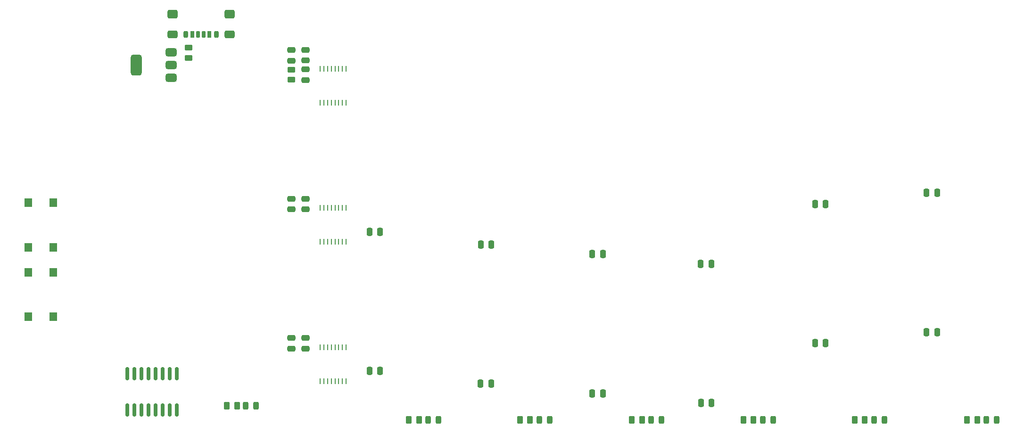
<source format=gbr>
%TF.GenerationSoftware,KiCad,Pcbnew,9.0.3*%
%TF.CreationDate,2025-07-29T17:14:18-05:00*%
%TF.ProjectId,rgb-switch,7267622d-7377-4697-9463-682e6b696361,rev?*%
%TF.SameCoordinates,Original*%
%TF.FileFunction,Paste,Top*%
%TF.FilePolarity,Positive*%
%FSLAX46Y46*%
G04 Gerber Fmt 4.6, Leading zero omitted, Abs format (unit mm)*
G04 Created by KiCad (PCBNEW 9.0.3) date 2025-07-29 17:14:18*
%MOMM*%
%LPD*%
G01*
G04 APERTURE LIST*
G04 Aperture macros list*
%AMRoundRect*
0 Rectangle with rounded corners*
0 $1 Rounding radius*
0 $2 $3 $4 $5 $6 $7 $8 $9 X,Y pos of 4 corners*
0 Add a 4 corners polygon primitive as box body*
4,1,4,$2,$3,$4,$5,$6,$7,$8,$9,$2,$3,0*
0 Add four circle primitives for the rounded corners*
1,1,$1+$1,$2,$3*
1,1,$1+$1,$4,$5*
1,1,$1+$1,$6,$7*
1,1,$1+$1,$8,$9*
0 Add four rect primitives between the rounded corners*
20,1,$1+$1,$2,$3,$4,$5,0*
20,1,$1+$1,$4,$5,$6,$7,0*
20,1,$1+$1,$6,$7,$8,$9,0*
20,1,$1+$1,$8,$9,$2,$3,0*%
G04 Aperture macros list end*
%ADD10R,1.400000X1.600000*%
%ADD11RoundRect,0.250000X-0.250000X-0.475000X0.250000X-0.475000X0.250000X0.475000X-0.250000X0.475000X0*%
%ADD12RoundRect,0.250000X-0.475000X0.250000X-0.475000X-0.250000X0.475000X-0.250000X0.475000X0.250000X0*%
%ADD13RoundRect,0.250000X-0.262500X-0.450000X0.262500X-0.450000X0.262500X0.450000X-0.262500X0.450000X0*%
%ADD14RoundRect,0.243750X0.243750X0.456250X-0.243750X0.456250X-0.243750X-0.456250X0.243750X-0.456250X0*%
%ADD15R,0.279400X1.016000*%
%ADD16RoundRect,0.250000X0.450000X-0.262500X0.450000X0.262500X-0.450000X0.262500X-0.450000X-0.262500X0*%
%ADD17RoundRect,0.150000X-0.150000X1.050000X-0.150000X-1.050000X0.150000X-1.050000X0.150000X1.050000X0*%
%ADD18RoundRect,0.175000X0.175000X0.425000X-0.175000X0.425000X-0.175000X-0.425000X0.175000X-0.425000X0*%
%ADD19RoundRect,0.190000X-0.190000X-0.410000X0.190000X-0.410000X0.190000X0.410000X-0.190000X0.410000X0*%
%ADD20RoundRect,0.200000X-0.200000X-0.400000X0.200000X-0.400000X0.200000X0.400000X-0.200000X0.400000X0*%
%ADD21RoundRect,0.175000X-0.175000X-0.425000X0.175000X-0.425000X0.175000X0.425000X-0.175000X0.425000X0*%
%ADD22RoundRect,0.190000X0.190000X0.410000X-0.190000X0.410000X-0.190000X-0.410000X0.190000X-0.410000X0*%
%ADD23RoundRect,0.200000X0.200000X0.400000X-0.200000X0.400000X-0.200000X-0.400000X0.200000X-0.400000X0*%
%ADD24RoundRect,0.250000X0.650000X0.425000X-0.650000X0.425000X-0.650000X-0.425000X0.650000X-0.425000X0*%
%ADD25RoundRect,0.250000X0.650000X0.500000X-0.650000X0.500000X-0.650000X-0.500000X0.650000X-0.500000X0*%
%ADD26RoundRect,0.250000X0.475000X-0.250000X0.475000X0.250000X-0.475000X0.250000X-0.475000X-0.250000X0*%
%ADD27RoundRect,0.375000X0.625000X0.375000X-0.625000X0.375000X-0.625000X-0.375000X0.625000X-0.375000X0*%
%ADD28RoundRect,0.500000X0.500000X1.400000X-0.500000X1.400000X-0.500000X-1.400000X0.500000X-1.400000X0*%
G04 APERTURE END LIST*
D10*
%TO.C,SW2*%
X62750000Y-116500000D03*
X62750000Y-108500000D03*
X67250000Y-116500000D03*
X67250000Y-108500000D03*
%TD*%
D11*
%TO.C,C6*%
X124050000Y-126250000D03*
X125950000Y-126250000D03*
%TD*%
D12*
%TO.C,C2*%
X112500000Y-72050000D03*
X112500000Y-73950000D03*
%TD*%
D13*
%TO.C,R9*%
X231337500Y-135000000D03*
X233162500Y-135000000D03*
%TD*%
%TO.C,R7*%
X191150000Y-135000000D03*
X192975000Y-135000000D03*
%TD*%
D14*
%TO.C,D5*%
X196500000Y-135000000D03*
X194625000Y-135000000D03*
%TD*%
D11*
%TO.C,C33*%
X224050000Y-94250000D03*
X225950000Y-94250000D03*
%TD*%
D15*
%TO.C,U3*%
X115188600Y-103048000D03*
X115849000Y-103048000D03*
X116509400Y-103048000D03*
X117169800Y-103048000D03*
X117830200Y-103048000D03*
X118490600Y-103048000D03*
X119151000Y-103048000D03*
X119811400Y-103048000D03*
X119811400Y-96952000D03*
X119151000Y-96952000D03*
X118490600Y-96952000D03*
X117830200Y-96952000D03*
X117169800Y-96952000D03*
X116509400Y-96952000D03*
X115849000Y-96952000D03*
X115188600Y-96952000D03*
%TD*%
D16*
%TO.C,R2*%
X91500000Y-69987500D03*
X91500000Y-68162500D03*
%TD*%
D12*
%TO.C,C10*%
X110000000Y-95300000D03*
X110000000Y-97200000D03*
%TD*%
D17*
%TO.C,U7*%
X89445000Y-126750000D03*
X88175000Y-126750000D03*
X86905000Y-126750000D03*
X85635000Y-126750000D03*
X84365000Y-126750000D03*
X83095000Y-126750000D03*
X81825000Y-126750000D03*
X80555000Y-126750000D03*
X80555000Y-133250000D03*
X81825000Y-133250000D03*
X83095000Y-133250000D03*
X84365000Y-133250000D03*
X85635000Y-133250000D03*
X86905000Y-133250000D03*
X88175000Y-133250000D03*
X89445000Y-133250000D03*
%TD*%
D12*
%TO.C,C4*%
X112500000Y-120300000D03*
X112500000Y-122200000D03*
%TD*%
D14*
%TO.C,D7*%
X236687500Y-135000000D03*
X234812500Y-135000000D03*
%TD*%
D15*
%TO.C,U1*%
X115188600Y-128048000D03*
X115849000Y-128048000D03*
X116509400Y-128048000D03*
X117169800Y-128048000D03*
X117830200Y-128048000D03*
X118490600Y-128048000D03*
X119151000Y-128048000D03*
X119811400Y-128048000D03*
X119811400Y-121952000D03*
X119151000Y-121952000D03*
X118490600Y-121952000D03*
X117830200Y-121952000D03*
X117169800Y-121952000D03*
X116509400Y-121952000D03*
X115849000Y-121952000D03*
X115188600Y-121952000D03*
%TD*%
D11*
%TO.C,C13*%
X144025000Y-103500000D03*
X145925000Y-103500000D03*
%TD*%
%TO.C,C21*%
X183550000Y-132000000D03*
X185450000Y-132000000D03*
%TD*%
D18*
%TO.C,J36*%
X94250000Y-65782500D03*
D19*
X92230000Y-65782500D03*
D20*
X91000000Y-65782500D03*
D21*
X93250000Y-65782500D03*
D22*
X95270000Y-65782500D03*
D23*
X96500000Y-65782500D03*
D24*
X98875000Y-65727500D03*
D25*
X98875000Y-62147500D03*
D24*
X88625000Y-65727500D03*
D25*
X88625000Y-62147500D03*
%TD*%
D13*
%TO.C,R8*%
X211150000Y-135000000D03*
X212975000Y-135000000D03*
%TD*%
D11*
%TO.C,C31*%
X224050000Y-119250000D03*
X225950000Y-119250000D03*
%TD*%
D14*
%TO.C,D6*%
X216500000Y-135000000D03*
X214625000Y-135000000D03*
%TD*%
D11*
%TO.C,C23*%
X183525000Y-107000000D03*
X185425000Y-107000000D03*
%TD*%
D14*
%TO.C,D4*%
X176500000Y-135000000D03*
X174625000Y-135000000D03*
%TD*%
D13*
%TO.C,R4*%
X131087500Y-135000000D03*
X132912500Y-135000000D03*
%TD*%
D10*
%TO.C,SW1*%
X62750000Y-104000000D03*
X62750000Y-96000000D03*
X67250000Y-104000000D03*
X67250000Y-96000000D03*
%TD*%
D11*
%TO.C,C8*%
X124025000Y-101250000D03*
X125925000Y-101250000D03*
%TD*%
D12*
%TO.C,C14*%
X112500000Y-95300000D03*
X112500000Y-97200000D03*
%TD*%
D26*
%TO.C,C24*%
X110000000Y-70475000D03*
X110000000Y-68575000D03*
%TD*%
D15*
%TO.C,U5*%
X115188600Y-78048000D03*
X115849000Y-78048000D03*
X116509400Y-78048000D03*
X117169800Y-78048000D03*
X117830200Y-78048000D03*
X118490600Y-78048000D03*
X119151000Y-78048000D03*
X119811400Y-78048000D03*
X119811400Y-71952000D03*
X119151000Y-71952000D03*
X118490600Y-71952000D03*
X117830200Y-71952000D03*
X117169800Y-71952000D03*
X116509400Y-71952000D03*
X115849000Y-71952000D03*
X115188600Y-71952000D03*
%TD*%
D14*
%TO.C,D1*%
X103687500Y-132500000D03*
X101812500Y-132500000D03*
%TD*%
%TO.C,D3*%
X156375000Y-135000000D03*
X154500000Y-135000000D03*
%TD*%
D13*
%TO.C,R3*%
X98425000Y-132500000D03*
X100250000Y-132500000D03*
%TD*%
D11*
%TO.C,C28*%
X204025000Y-96250000D03*
X205925000Y-96250000D03*
%TD*%
%TO.C,C11*%
X143962500Y-128500000D03*
X145862500Y-128500000D03*
%TD*%
%TO.C,C16*%
X164050000Y-130250000D03*
X165950000Y-130250000D03*
%TD*%
D16*
%TO.C,R11*%
X110000000Y-73912500D03*
X110000000Y-72087500D03*
%TD*%
D14*
%TO.C,D2*%
X136437500Y-135000000D03*
X134562500Y-135000000D03*
%TD*%
D26*
%TO.C,C20*%
X112500000Y-70450000D03*
X112500000Y-68550000D03*
%TD*%
D11*
%TO.C,C18*%
X164050000Y-105250000D03*
X165950000Y-105250000D03*
%TD*%
D27*
%TO.C,U8*%
X88400000Y-73550000D03*
X88400000Y-71250000D03*
D28*
X82100000Y-71250000D03*
D27*
X88400000Y-68950000D03*
%TD*%
D13*
%TO.C,R6*%
X171150000Y-135000000D03*
X172975000Y-135000000D03*
%TD*%
%TO.C,R5*%
X151050000Y-135000000D03*
X152875000Y-135000000D03*
%TD*%
D12*
%TO.C,C3*%
X110000000Y-120300000D03*
X110000000Y-122200000D03*
%TD*%
D11*
%TO.C,C26*%
X204050000Y-121250000D03*
X205950000Y-121250000D03*
%TD*%
M02*

</source>
